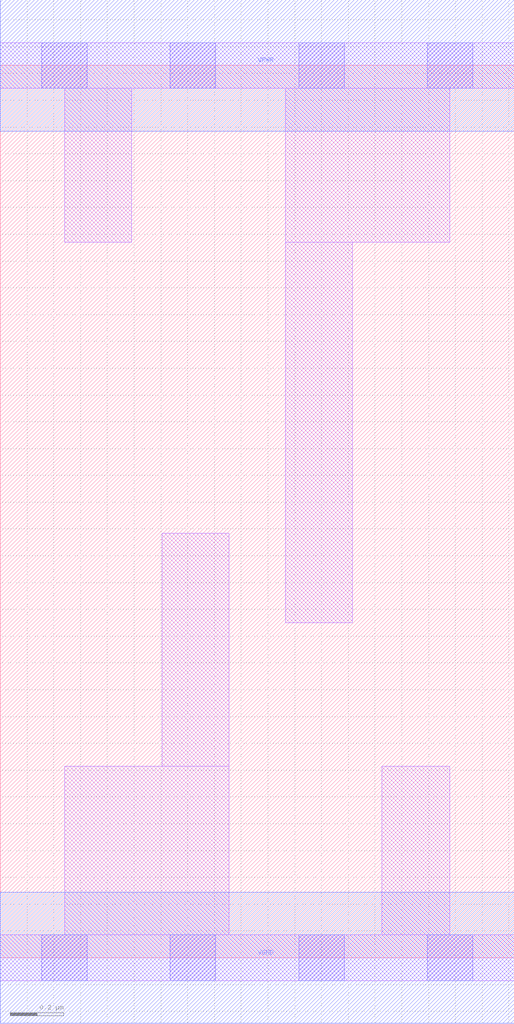
<source format=lef>
# Copyright 2020 The SkyWater PDK Authors
#
# Licensed under the Apache License, Version 2.0 (the "License");
# you may not use this file except in compliance with the License.
# You may obtain a copy of the License at
#
#     https://www.apache.org/licenses/LICENSE-2.0
#
# Unless required by applicable law or agreed to in writing, software
# distributed under the License is distributed on an "AS IS" BASIS,
# WITHOUT WARRANTIES OR CONDITIONS OF ANY KIND, either express or implied.
# See the License for the specific language governing permissions and
# limitations under the License.
#
# SPDX-License-Identifier: Apache-2.0

VERSION 5.7 ;
  NOWIREEXTENSIONATPIN ON ;
  DIVIDERCHAR "/" ;
  BUSBITCHARS "[]" ;
UNITS
  DATABASE MICRONS 200 ;
END UNITS
MACRO sky130_fd_sc_ls__decap_4
  CLASS CORE ;
  FOREIGN sky130_fd_sc_ls__decap_4 ;
  ORIGIN  0.000000  0.000000 ;
  SIZE  1.920000 BY  3.330000 ;
  SYMMETRY X Y ;
  SITE unit ;
  PIN VGND
    DIRECTION INOUT ;
    SHAPE ABUTMENT ;
    USE GROUND ;
    PORT
      LAYER met1 ;
        RECT 0.000000 -0.245000 1.920000 0.245000 ;
    END
  END VGND
  PIN VPWR
    DIRECTION INOUT ;
    SHAPE ABUTMENT ;
    USE POWER ;
    PORT
      LAYER met1 ;
        RECT 0.000000 3.085000 1.920000 3.575000 ;
    END
  END VPWR
  OBS
    LAYER li1 ;
      RECT 0.000000 -0.085000 1.920000 0.085000 ;
      RECT 0.000000  3.245000 1.920000 3.415000 ;
      RECT 0.240000  0.085000 0.855000 0.715000 ;
      RECT 0.240000  2.670000 0.490000 3.245000 ;
      RECT 0.605000  0.715000 0.855000 1.585000 ;
      RECT 1.065000  1.250000 1.315000 2.670000 ;
      RECT 1.065000  2.670000 1.680000 3.245000 ;
      RECT 1.425000  0.085000 1.680000 0.715000 ;
    LAYER mcon ;
      RECT 0.155000 -0.085000 0.325000 0.085000 ;
      RECT 0.155000  3.245000 0.325000 3.415000 ;
      RECT 0.635000 -0.085000 0.805000 0.085000 ;
      RECT 0.635000  3.245000 0.805000 3.415000 ;
      RECT 1.115000 -0.085000 1.285000 0.085000 ;
      RECT 1.115000  3.245000 1.285000 3.415000 ;
      RECT 1.595000 -0.085000 1.765000 0.085000 ;
      RECT 1.595000  3.245000 1.765000 3.415000 ;
  END
END sky130_fd_sc_ls__decap_4
END LIBRARY

</source>
